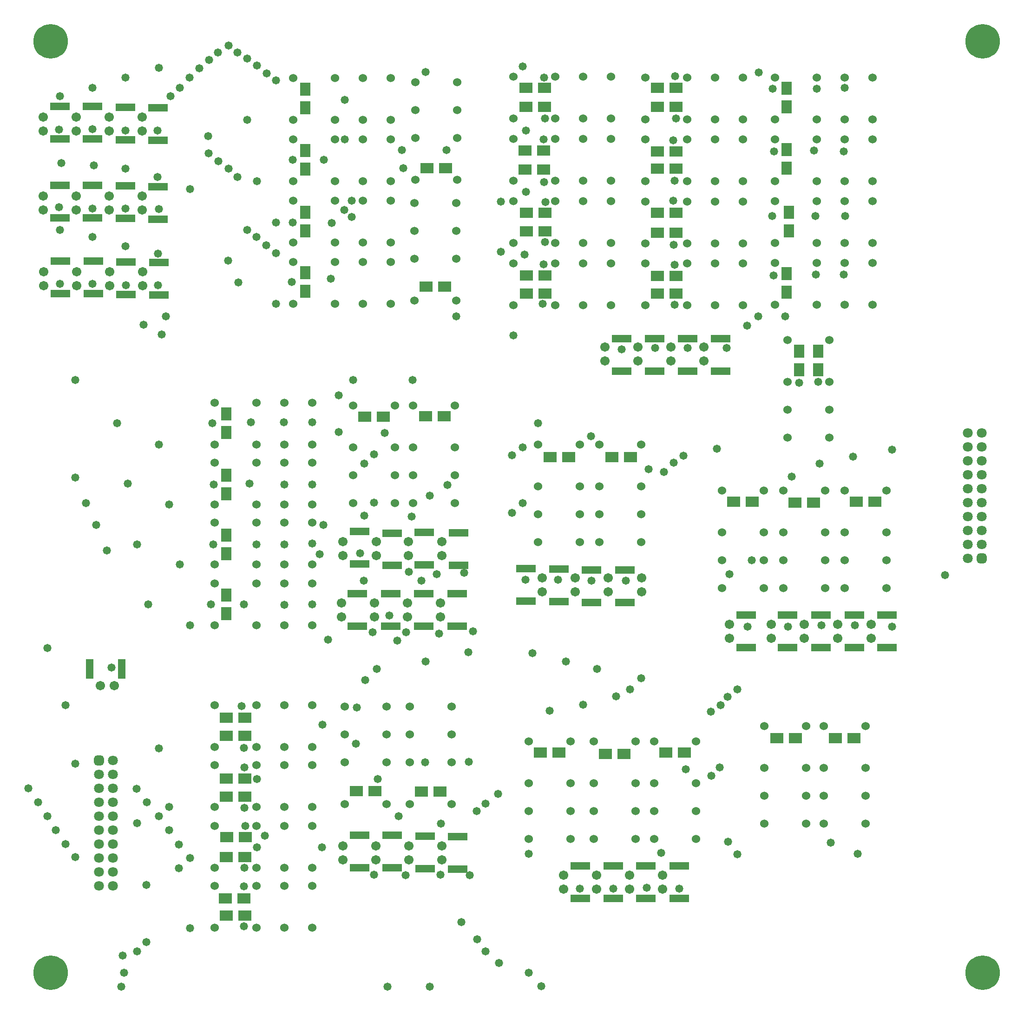
<source format=gbs>
G04*
G04 #@! TF.GenerationSoftware,Altium Limited,Altium Designer,25.5.2 (35)*
G04*
G04 Layer_Color=16711935*
%FSLAX25Y25*%
%MOIN*%
G70*
G04*
G04 #@! TF.SameCoordinates,EC32A686-E373-4CB4-AF31-63D9CFDA87CC*
G04*
G04*
G04 #@! TF.FilePolarity,Negative*
G04*
G01*
G75*
%ADD20C,0.07099*%
G04:AMPARAMS|DCode=21|XSize=70.99mil|YSize=70.99mil|CornerRadius=19.75mil|HoleSize=0mil|Usage=FLASHONLY|Rotation=270.000|XOffset=0mil|YOffset=0mil|HoleType=Round|Shape=RoundedRectangle|*
%AMROUNDEDRECTD21*
21,1,0.07099,0.03150,0,0,270.0*
21,1,0.03150,0.07099,0,0,270.0*
1,1,0.03950,-0.01575,-0.01575*
1,1,0.03950,-0.01575,0.01575*
1,1,0.03950,0.01575,0.01575*
1,1,0.03950,0.01575,-0.01575*
%
%ADD21ROUNDEDRECTD21*%
%ADD22C,0.06706*%
%ADD23C,0.06000*%
%ADD24C,0.05800*%
%ADD25C,0.24800*%
%ADD44R,0.14200X0.05800*%
%ADD45R,0.07300X0.09400*%
%ADD46R,0.09400X0.07300*%
%ADD47R,0.05800X0.14200*%
D20*
X154500Y222500D02*
D03*
X164500Y232500D02*
D03*
X154500Y252500D02*
D03*
X164500Y242500D02*
D03*
Y202500D02*
D03*
Y212500D02*
D03*
Y222500D02*
D03*
X154500Y202500D02*
D03*
X164500Y252500D02*
D03*
X154500Y212500D02*
D03*
Y232500D02*
D03*
Y242500D02*
D03*
X164500Y272500D02*
D03*
X154500Y262500D02*
D03*
X164500D02*
D03*
X154500Y182500D02*
D03*
X164500D02*
D03*
Y192500D02*
D03*
X154500D02*
D03*
X788000Y507500D02*
D03*
X778000D02*
D03*
X788000Y497500D02*
D03*
X778000D02*
D03*
Y427500D02*
D03*
X788000D02*
D03*
X778000Y417500D02*
D03*
Y437500D02*
D03*
Y447500D02*
D03*
Y467500D02*
D03*
Y457500D02*
D03*
Y487500D02*
D03*
X788000D02*
D03*
Y437500D02*
D03*
Y447500D02*
D03*
Y457500D02*
D03*
Y467500D02*
D03*
Y477500D02*
D03*
X778000D02*
D03*
D21*
X154500Y272500D02*
D03*
X788000Y417500D02*
D03*
D22*
X376500Y429500D02*
D03*
Y419500D02*
D03*
X353500Y429500D02*
D03*
Y419500D02*
D03*
X329500Y429500D02*
D03*
Y419500D02*
D03*
X400500Y429500D02*
D03*
Y419500D02*
D03*
X185500Y734000D02*
D03*
X637000Y360000D02*
D03*
X165500Y326167D02*
D03*
X138167Y724000D02*
D03*
X564833Y569000D02*
D03*
X708500Y370000D02*
D03*
X684500D02*
D03*
X588500Y569000D02*
D03*
X161833Y724000D02*
D03*
X114500Y667500D02*
D03*
X161833D02*
D03*
X155500Y326167D02*
D03*
X352167Y385500D02*
D03*
X138167Y667500D02*
D03*
X328500Y375500D02*
D03*
X138667Y613000D02*
D03*
X186000Y623000D02*
D03*
Y613000D02*
D03*
X138667Y623000D02*
D03*
X162333D02*
D03*
Y613000D02*
D03*
X115000Y623000D02*
D03*
X511667Y180000D02*
D03*
Y190000D02*
D03*
X535333Y180000D02*
D03*
Y190000D02*
D03*
X559000Y180000D02*
D03*
Y190000D02*
D03*
X488000Y180000D02*
D03*
Y190000D02*
D03*
X185500Y667500D02*
D03*
X114500Y724000D02*
D03*
X376833Y211000D02*
D03*
Y201000D02*
D03*
X329500Y211000D02*
D03*
Y201000D02*
D03*
X353167Y211000D02*
D03*
Y201000D02*
D03*
X400500Y211000D02*
D03*
Y201000D02*
D03*
X328500Y385500D02*
D03*
X375833D02*
D03*
Y375500D02*
D03*
X399500Y385500D02*
D03*
Y375500D02*
D03*
X352167D02*
D03*
X660667Y360000D02*
D03*
Y370000D02*
D03*
X684500Y360000D02*
D03*
X637000Y370000D02*
D03*
X708500Y360000D02*
D03*
X517500Y569000D02*
D03*
X541167D02*
D03*
X115000Y613000D02*
D03*
X496167Y403500D02*
D03*
X472500D02*
D03*
X588500Y559000D02*
D03*
X541167D02*
D03*
X517500D02*
D03*
X564833D02*
D03*
X496167Y393500D02*
D03*
X519833D02*
D03*
Y403500D02*
D03*
X472500Y393500D02*
D03*
X606833Y360000D02*
D03*
Y370000D02*
D03*
X161833Y734000D02*
D03*
X138167D02*
D03*
X185500Y724000D02*
D03*
X114500Y734000D02*
D03*
X544000Y393500D02*
D03*
Y403500D02*
D03*
X114500Y677500D02*
D03*
X138167D02*
D03*
X161833D02*
D03*
X185500D02*
D03*
D23*
X639500Y762500D02*
D03*
Y673833D02*
D03*
Y718167D02*
D03*
X616500Y673500D02*
D03*
Y762500D02*
D03*
X596500Y732500D02*
D03*
X616500Y718000D02*
D03*
X596500Y688000D02*
D03*
X639500Y629500D02*
D03*
X616500Y629000D02*
D03*
X596500Y599000D02*
D03*
Y643500D02*
D03*
X522000Y718333D02*
D03*
Y763000D02*
D03*
X502000Y733000D02*
D03*
X522000Y673667D02*
D03*
X502000Y688333D02*
D03*
X522000Y629000D02*
D03*
X502000Y643667D02*
D03*
Y599000D02*
D03*
X678500Y504000D02*
D03*
X719500Y466000D02*
D03*
X675500D02*
D03*
X648500Y524000D02*
D03*
X631500Y466000D02*
D03*
X704500Y297000D02*
D03*
X662000D02*
D03*
X543500Y499000D02*
D03*
X539500Y286000D02*
D03*
X499500Y499000D02*
D03*
X583000Y286000D02*
D03*
Y236000D02*
D03*
X493000Y286000D02*
D03*
X364000Y718000D02*
D03*
Y762000D02*
D03*
X381500Y689000D02*
D03*
X364000Y674000D02*
D03*
Y630000D02*
D03*
X294000Y762000D02*
D03*
Y718000D02*
D03*
Y674000D02*
D03*
Y630000D02*
D03*
X410000Y527000D02*
D03*
X381000Y602500D02*
D03*
X367000Y527000D02*
D03*
X287500Y529000D02*
D03*
Y486000D02*
D03*
Y443000D02*
D03*
X237500Y529000D02*
D03*
Y443000D02*
D03*
Y486000D02*
D03*
X377500Y241000D02*
D03*
X287500Y399500D02*
D03*
X307500Y312000D02*
D03*
Y269000D02*
D03*
X287500Y282000D02*
D03*
X237500Y399500D02*
D03*
X331000Y241000D02*
D03*
X307500Y225500D02*
D03*
X287500Y239000D02*
D03*
Y195500D02*
D03*
X307500Y182500D02*
D03*
X287500Y152500D02*
D03*
X482000Y718333D02*
D03*
Y688333D02*
D03*
X452000Y718333D02*
D03*
X502000D02*
D03*
X452000Y688333D02*
D03*
X522000D02*
D03*
X546500Y599000D02*
D03*
X482000D02*
D03*
X452000Y629000D02*
D03*
X411000Y632500D02*
D03*
X639500Y599500D02*
D03*
X482000Y629000D02*
D03*
X307500Y369500D02*
D03*
Y413000D02*
D03*
Y456000D02*
D03*
Y499000D02*
D03*
X648500Y504000D02*
D03*
X344000Y630000D02*
D03*
Y718000D02*
D03*
Y762000D02*
D03*
Y674000D02*
D03*
X616500Y732500D02*
D03*
X709500Y732500D02*
D03*
X522000Y733000D02*
D03*
X616500Y688000D02*
D03*
X709500Y688167D02*
D03*
X616500Y643500D02*
D03*
X709500Y643833D02*
D03*
X522000Y643667D02*
D03*
X616500Y599000D02*
D03*
X709500Y599500D02*
D03*
X522000Y599000D02*
D03*
X307500Y152500D02*
D03*
X287500Y182500D02*
D03*
Y269000D02*
D03*
X307500Y239000D02*
D03*
Y195500D02*
D03*
X287500Y225500D02*
D03*
Y312000D02*
D03*
X307500Y282000D02*
D03*
X719500Y436000D02*
D03*
Y416000D02*
D03*
Y396000D02*
D03*
X689500D02*
D03*
Y416000D02*
D03*
Y436000D02*
D03*
Y466000D02*
D03*
X645500D02*
D03*
X601500D02*
D03*
X576500Y688000D02*
D03*
X674500Y267000D02*
D03*
X704500D02*
D03*
X576500Y732500D02*
D03*
Y762500D02*
D03*
X546500Y732500D02*
D03*
X596500Y762500D02*
D03*
X546500D02*
D03*
X482000Y733000D02*
D03*
X674500Y297000D02*
D03*
X648500Y574000D02*
D03*
X632000Y297000D02*
D03*
X411500Y689000D02*
D03*
X411000Y602500D02*
D03*
X689500Y732500D02*
D03*
X583000Y256000D02*
D03*
Y216000D02*
D03*
X553000D02*
D03*
Y236000D02*
D03*
Y256000D02*
D03*
Y286000D02*
D03*
X502000Y763000D02*
D03*
X452000Y733000D02*
D03*
X307500Y529000D02*
D03*
X463000Y216000D02*
D03*
X287500Y499000D02*
D03*
X237500Y312000D02*
D03*
X502000Y673667D02*
D03*
X452000Y643667D02*
D03*
X307500Y443000D02*
D03*
X509500Y236000D02*
D03*
X287500Y413000D02*
D03*
X237500Y225500D02*
D03*
X367000Y457000D02*
D03*
X267500Y499000D02*
D03*
Y529000D02*
D03*
X237500Y499000D02*
D03*
X267500Y486000D02*
D03*
Y456000D02*
D03*
X307500Y486000D02*
D03*
X237500Y456000D02*
D03*
X287500D02*
D03*
Y369500D02*
D03*
X539500Y236000D02*
D03*
X237500Y269000D02*
D03*
X337000Y457000D02*
D03*
Y477000D02*
D03*
X411500Y739000D02*
D03*
X294000Y688000D02*
D03*
X237500Y239000D02*
D03*
X307500Y399500D02*
D03*
X324000Y718000D02*
D03*
X364000Y688000D02*
D03*
X344000D02*
D03*
X324000D02*
D03*
X381000Y652500D02*
D03*
X294000Y644000D02*
D03*
X237500Y413000D02*
D03*
Y195500D02*
D03*
X411000Y652500D02*
D03*
X294000Y600000D02*
D03*
X237500Y369500D02*
D03*
Y152500D02*
D03*
X539500Y256000D02*
D03*
Y216000D02*
D03*
X509500D02*
D03*
Y256000D02*
D03*
Y286000D02*
D03*
X493000Y256000D02*
D03*
Y236000D02*
D03*
Y216000D02*
D03*
X463000Y236000D02*
D03*
Y256000D02*
D03*
Y286000D02*
D03*
X674500Y227000D02*
D03*
X601500Y396000D02*
D03*
X502000Y629000D02*
D03*
X452000Y599000D02*
D03*
X237500Y182500D02*
D03*
X662000Y227000D02*
D03*
X337000Y527000D02*
D03*
X407500Y241000D02*
D03*
X380000Y527000D02*
D03*
X361000Y241000D02*
D03*
X632000Y227000D02*
D03*
X704500D02*
D03*
X410000Y497000D02*
D03*
Y477000D02*
D03*
Y457000D02*
D03*
X380000D02*
D03*
Y477000D02*
D03*
Y497000D02*
D03*
X367000D02*
D03*
Y477000D02*
D03*
X337000Y497000D02*
D03*
X267500Y269000D02*
D03*
Y239000D02*
D03*
Y312000D02*
D03*
Y282000D02*
D03*
X237500D02*
D03*
X331000Y271000D02*
D03*
Y291000D02*
D03*
Y311000D02*
D03*
X361000D02*
D03*
Y291000D02*
D03*
Y271000D02*
D03*
X377500D02*
D03*
Y291000D02*
D03*
Y311000D02*
D03*
X407500D02*
D03*
Y291000D02*
D03*
Y271000D02*
D03*
X267500Y399500D02*
D03*
Y369500D02*
D03*
Y413000D02*
D03*
Y443000D02*
D03*
Y225500D02*
D03*
Y195500D02*
D03*
Y182500D02*
D03*
Y152500D02*
D03*
X324000Y630000D02*
D03*
X364000Y600000D02*
D03*
X344000D02*
D03*
X324000D02*
D03*
X648500Y544000D02*
D03*
X678500Y524000D02*
D03*
Y544000D02*
D03*
Y574000D02*
D03*
X469500Y499000D02*
D03*
Y469000D02*
D03*
Y449000D02*
D03*
Y429000D02*
D03*
X499500D02*
D03*
Y449000D02*
D03*
Y469000D02*
D03*
X513500Y499000D02*
D03*
Y469000D02*
D03*
Y449000D02*
D03*
Y429000D02*
D03*
X543500D02*
D03*
Y449000D02*
D03*
Y469000D02*
D03*
X645500Y436000D02*
D03*
Y416000D02*
D03*
Y396000D02*
D03*
X675500D02*
D03*
Y416000D02*
D03*
Y436000D02*
D03*
X632000Y267000D02*
D03*
Y247000D02*
D03*
X662000D02*
D03*
Y267000D02*
D03*
X674500Y247000D02*
D03*
X704500D02*
D03*
X411500Y719000D02*
D03*
Y759000D02*
D03*
X381500D02*
D03*
Y739000D02*
D03*
Y719000D02*
D03*
X411000Y672500D02*
D03*
X381000D02*
D03*
Y632500D02*
D03*
X324000Y644000D02*
D03*
X344000D02*
D03*
X364000D02*
D03*
X324000Y674000D02*
D03*
X294000Y732000D02*
D03*
X324000D02*
D03*
X344000D02*
D03*
X364000D02*
D03*
X324000Y762000D02*
D03*
X576500Y599000D02*
D03*
Y643500D02*
D03*
X452000Y673667D02*
D03*
Y763000D02*
D03*
X601500Y436000D02*
D03*
Y416000D02*
D03*
X631500Y396000D02*
D03*
Y416000D02*
D03*
Y436000D02*
D03*
X669500Y599500D02*
D03*
X689500D02*
D03*
X709500Y629500D02*
D03*
X689500D02*
D03*
X669500D02*
D03*
X596500Y629000D02*
D03*
X576500D02*
D03*
X546500D02*
D03*
X482000Y643667D02*
D03*
Y673667D02*
D03*
X639500Y643833D02*
D03*
X669500D02*
D03*
X689500D02*
D03*
X709500Y673833D02*
D03*
X689500D02*
D03*
X669500D02*
D03*
X546500Y643500D02*
D03*
X596500Y673500D02*
D03*
X576500D02*
D03*
X546500D02*
D03*
X639500Y688167D02*
D03*
X669500D02*
D03*
X689500D02*
D03*
X709500Y718167D02*
D03*
X689500D02*
D03*
X669500D02*
D03*
X546500Y688000D02*
D03*
X596500Y718000D02*
D03*
X576500D02*
D03*
X546500D02*
D03*
X482000Y763000D02*
D03*
X639500Y732500D02*
D03*
X669500D02*
D03*
X709500Y762500D02*
D03*
X689500D02*
D03*
X669500D02*
D03*
D24*
X273500Y218500D02*
D03*
X233000Y720500D02*
D03*
X331000Y718000D02*
D03*
X452000Y577500D02*
D03*
X137750Y475500D02*
D03*
X145227Y457000D02*
D03*
X152705Y441500D02*
D03*
X160182Y423000D02*
D03*
X529500Y567500D02*
D03*
X163500Y339000D02*
D03*
X126500Y614500D02*
D03*
X150000D02*
D03*
X174000Y613500D02*
D03*
X197000D02*
D03*
X173500Y668500D02*
D03*
X197500Y668000D02*
D03*
X150000Y668500D02*
D03*
X126000Y669500D02*
D03*
X196500Y724500D02*
D03*
X126000Y725000D02*
D03*
X150000Y725500D02*
D03*
X173500Y724500D02*
D03*
X620000Y368500D02*
D03*
X649000D02*
D03*
X673000Y369500D02*
D03*
X697000D02*
D03*
X723500Y368500D02*
D03*
X571000Y180500D02*
D03*
X547500Y181000D02*
D03*
X523500Y180500D02*
D03*
X499500D02*
D03*
X259000Y267500D02*
D03*
Y238500D02*
D03*
X257000Y311500D02*
D03*
X258500Y281500D02*
D03*
Y153500D02*
D03*
X259000Y195500D02*
D03*
X259500Y225500D02*
D03*
X568000Y763500D02*
D03*
X568500Y733000D02*
D03*
X567500Y688500D02*
D03*
Y628000D02*
D03*
Y599500D02*
D03*
X566500Y717500D02*
D03*
Y674000D02*
D03*
X474000Y762500D02*
D03*
X474500Y733000D02*
D03*
X473500Y718000D02*
D03*
X475000Y673000D02*
D03*
X474000Y687500D02*
D03*
X567000Y642500D02*
D03*
X474500Y644500D02*
D03*
X473500Y628500D02*
D03*
X473000Y600000D02*
D03*
X670500Y544000D02*
D03*
X657000Y543500D02*
D03*
X577000Y568500D02*
D03*
X553500D02*
D03*
X605000D02*
D03*
X532500Y401500D02*
D03*
X508000D02*
D03*
X484000Y402000D02*
D03*
X342000Y421000D02*
D03*
X460500Y402000D02*
D03*
X416500Y407000D02*
D03*
X397000Y406000D02*
D03*
X423000Y365000D02*
D03*
X398500Y363500D02*
D03*
X377000Y407900D02*
D03*
X375000Y364500D02*
D03*
X351000D02*
D03*
X420500Y190000D02*
D03*
X399500Y190500D02*
D03*
X374500Y190000D02*
D03*
X352000Y190500D02*
D03*
X258500Y182000D02*
D03*
X314500Y210000D02*
D03*
X268000D02*
D03*
X281500Y760500D02*
D03*
X275000Y765500D02*
D03*
X268000Y771000D02*
D03*
X261000Y776000D02*
D03*
X254000Y780500D02*
D03*
X247500Y785500D02*
D03*
X240000Y780500D02*
D03*
X233500Y775000D02*
D03*
X489500Y343500D02*
D03*
X469500Y514500D02*
D03*
X199500Y578000D02*
D03*
X761500Y405500D02*
D03*
X606833Y406000D02*
D03*
X623000Y416000D02*
D03*
X723500Y495500D02*
D03*
X671500Y485500D02*
D03*
X593500Y307500D02*
D03*
X605500Y318000D02*
D03*
X651500Y476000D02*
D03*
X560000Y479500D02*
D03*
X567000Y486000D02*
D03*
X695500Y490500D02*
D03*
X574000Y491000D02*
D03*
X598000Y496000D02*
D03*
X619500Y584500D02*
D03*
X212500Y755000D02*
D03*
X186500Y585000D02*
D03*
X150000Y755000D02*
D03*
X111000Y242500D02*
D03*
X627500Y591000D02*
D03*
X575500Y266000D02*
D03*
X612500Y323500D02*
D03*
X117500Y353000D02*
D03*
X689500Y755000D02*
D03*
X669500Y754500D02*
D03*
X637822D02*
D03*
X628000Y766000D02*
D03*
X647000Y591000D02*
D03*
X219500Y762500D02*
D03*
X220000Y682500D02*
D03*
X173500Y762500D02*
D03*
X411000Y591000D02*
D03*
X202500D02*
D03*
X117500Y232500D02*
D03*
X460000Y635500D02*
D03*
X461000Y680500D02*
D03*
Y724500D02*
D03*
X689000Y621000D02*
D03*
X669000D02*
D03*
X638500Y620500D02*
D03*
X690000Y663000D02*
D03*
X668500D02*
D03*
X637500D02*
D03*
X689000Y709500D02*
D03*
X667500Y710000D02*
D03*
X639000Y709500D02*
D03*
X458500Y770500D02*
D03*
X699000Y205500D02*
D03*
X612500Y205000D02*
D03*
X535500Y323500D02*
D03*
X525500Y318500D02*
D03*
X600500Y312000D02*
D03*
X502000Y312500D02*
D03*
X679500Y213500D02*
D03*
X606000Y214000D02*
D03*
X600000Y267500D02*
D03*
X594000Y261500D02*
D03*
X478000Y308000D02*
D03*
X389000Y766500D02*
D03*
X443000Y673500D02*
D03*
Y637500D02*
D03*
X379500Y545500D02*
D03*
X137500D02*
D03*
X337000D02*
D03*
X326500Y508000D02*
D03*
Y534500D02*
D03*
X361500Y110000D02*
D03*
X392000D02*
D03*
X472000Y110500D02*
D03*
X170500Y110000D02*
D03*
X463000Y120000D02*
D03*
X441500Y127250D02*
D03*
X171500Y132500D02*
D03*
X172500Y120000D02*
D03*
X558000Y206000D02*
D03*
X463000Y205500D02*
D03*
X307500Y515000D02*
D03*
X287429Y514929D02*
D03*
X233407Y708000D02*
D03*
X263500Y515000D02*
D03*
X127500Y701000D02*
D03*
X167659Y514500D02*
D03*
X236000D02*
D03*
X130500Y312000D02*
D03*
Y212500D02*
D03*
X432000Y135500D02*
D03*
X307500Y428000D02*
D03*
X287500Y427500D02*
D03*
X267500D02*
D03*
X432000Y241500D02*
D03*
X247500Y697000D02*
D03*
X247148Y631000D02*
D03*
X182000Y427500D02*
D03*
X236500D02*
D03*
X173500Y697000D02*
D03*
X181500Y252000D02*
D03*
X182000Y227500D02*
D03*
Y135500D02*
D03*
X441000Y248500D02*
D03*
X425500Y236000D02*
D03*
X426000Y144000D02*
D03*
X188500Y142000D02*
D03*
X549000Y481500D02*
D03*
X507500Y505000D02*
D03*
X451000Y450000D02*
D03*
Y491500D02*
D03*
X458500Y457000D02*
D03*
Y497000D02*
D03*
X359500Y507500D02*
D03*
X352000Y492000D02*
D03*
X392000Y462500D02*
D03*
X352000Y457500D02*
D03*
X404500Y470000D02*
D03*
X363000Y376500D02*
D03*
X379000Y447500D02*
D03*
X386000Y401500D02*
D03*
X368500Y358500D02*
D03*
X344500Y401500D02*
D03*
X319000Y359000D02*
D03*
X315500Y441500D02*
D03*
X313000Y420500D02*
D03*
X345000Y485500D02*
D03*
Y448000D02*
D03*
X287500Y470500D02*
D03*
X262500Y471000D02*
D03*
X316000Y703500D02*
D03*
X293500Y703350D02*
D03*
X307500Y470500D02*
D03*
X240278Y702500D02*
D03*
X175136Y471000D02*
D03*
X237000Y470500D02*
D03*
X151000Y699500D02*
D03*
X137500Y270000D02*
D03*
Y203000D02*
D03*
X373000Y697500D02*
D03*
X372000Y710500D02*
D03*
X404000D02*
D03*
X268000Y688000D02*
D03*
X267759Y648000D02*
D03*
X150000D02*
D03*
X205000Y456000D02*
D03*
Y222500D02*
D03*
Y239000D02*
D03*
X465500Y349500D02*
D03*
X419500Y350000D02*
D03*
X420000Y271500D02*
D03*
X389000Y343500D02*
D03*
X388500Y271000D02*
D03*
X512000Y338000D02*
D03*
X354000D02*
D03*
X543500Y331500D02*
D03*
X345500Y330000D02*
D03*
X339000Y284500D02*
D03*
X315000Y298000D02*
D03*
X414500Y156500D02*
D03*
X400000Y227000D02*
D03*
X369500Y232500D02*
D03*
X354500Y259000D02*
D03*
X268000D02*
D03*
X339500Y310500D02*
D03*
X321500Y658000D02*
D03*
X336000Y662500D02*
D03*
X330500Y667500D02*
D03*
X293500Y658500D02*
D03*
X281500D02*
D03*
X336000Y674000D02*
D03*
X331000Y746500D02*
D03*
X321000Y618000D02*
D03*
X293000Y615650D02*
D03*
X254500Y615500D02*
D03*
X261000Y732000D02*
D03*
X281500Y600000D02*
D03*
X212500Y413000D02*
D03*
X235000Y384500D02*
D03*
X258500D02*
D03*
X307500D02*
D03*
X197500Y232500D02*
D03*
X190000Y384500D02*
D03*
X287500Y384000D02*
D03*
X197500Y499000D02*
D03*
X220000Y369500D02*
D03*
X126500Y653000D02*
D03*
X260889D02*
D03*
X173500Y641500D02*
D03*
X274629Y642000D02*
D03*
X281500Y636500D02*
D03*
X197000Y636000D02*
D03*
X226500Y769000D02*
D03*
X206000Y749000D02*
D03*
X254000Y691000D02*
D03*
X196500D02*
D03*
X197500Y769500D02*
D03*
X126500Y749000D02*
D03*
X212000Y195000D02*
D03*
Y212000D02*
D03*
X220000Y202500D02*
D03*
Y152000D02*
D03*
X197500Y281000D02*
D03*
X188500Y183000D02*
D03*
X104000Y252500D02*
D03*
X123500Y222500D02*
D03*
X189000Y242500D02*
D03*
D25*
X120000Y120000D02*
D03*
X788500Y788500D02*
D03*
Y120000D02*
D03*
X120000Y788500D02*
D03*
D44*
X197000Y740600D02*
D03*
Y717400D02*
D03*
X600500Y575100D02*
D03*
X576833D02*
D03*
X553167D02*
D03*
X529500D02*
D03*
X672500Y376600D02*
D03*
X648500D02*
D03*
X619000D02*
D03*
X720000D02*
D03*
X696500D02*
D03*
X484500Y409600D02*
D03*
X532000Y409100D02*
D03*
X508000D02*
D03*
X571000Y173400D02*
D03*
X547000D02*
D03*
X523500D02*
D03*
X500000D02*
D03*
X412500Y412400D02*
D03*
X388000Y412900D02*
D03*
X341500Y413400D02*
D03*
X365000Y412300D02*
D03*
X173500Y717900D02*
D03*
X197000Y660900D02*
D03*
X173500Y661400D02*
D03*
X150000Y718400D02*
D03*
X126500D02*
D03*
Y661900D02*
D03*
X150000D02*
D03*
X197500Y606400D02*
D03*
X150500Y607400D02*
D03*
X127000D02*
D03*
X174000Y606900D02*
D03*
X461000Y410100D02*
D03*
X411500Y368900D02*
D03*
X340000D02*
D03*
X363833D02*
D03*
X387667D02*
D03*
X388500Y194900D02*
D03*
X412000Y194400D02*
D03*
X341500Y195400D02*
D03*
X365000D02*
D03*
X648500Y353400D02*
D03*
X388000Y436100D02*
D03*
X412500Y435600D02*
D03*
X363833Y392100D02*
D03*
X174000Y630100D02*
D03*
X127000Y630600D02*
D03*
X150500D02*
D03*
X197500Y629600D02*
D03*
X523500Y196600D02*
D03*
X547000D02*
D03*
X571000D02*
D03*
X500000D02*
D03*
X341500Y436600D02*
D03*
X388500Y218100D02*
D03*
X412000Y217600D02*
D03*
X341500Y218600D02*
D03*
X365000D02*
D03*
Y435500D02*
D03*
X387667Y392100D02*
D03*
X340000D02*
D03*
X411500D02*
D03*
X720000Y353400D02*
D03*
X672500D02*
D03*
X696500D02*
D03*
X532000Y385900D02*
D03*
X508000D02*
D03*
X461000Y386900D02*
D03*
X484500Y386400D02*
D03*
X619000Y353400D02*
D03*
X126500Y741600D02*
D03*
X150000D02*
D03*
X173500Y741100D02*
D03*
X126500Y685100D02*
D03*
X150000D02*
D03*
X173500Y684600D02*
D03*
X197000Y684100D02*
D03*
X600500Y551900D02*
D03*
X576833D02*
D03*
X553167D02*
D03*
X529500D02*
D03*
D45*
X648000Y754700D02*
D03*
Y710700D02*
D03*
X649500Y665700D02*
D03*
X648000Y621700D02*
D03*
X670500Y552800D02*
D03*
X657000D02*
D03*
X302500Y754200D02*
D03*
Y710200D02*
D03*
Y665700D02*
D03*
Y622500D02*
D03*
X246000Y521200D02*
D03*
Y477200D02*
D03*
Y434200D02*
D03*
Y391200D02*
D03*
X648000Y608300D02*
D03*
X657000Y566200D02*
D03*
X302500Y696800D02*
D03*
X246000Y463800D02*
D03*
X302500Y652300D02*
D03*
X246000Y420800D02*
D03*
X302500Y609100D02*
D03*
X246000Y377800D02*
D03*
Y507800D02*
D03*
X670500Y566200D02*
D03*
X302500Y740800D02*
D03*
X649500Y652300D02*
D03*
X648000Y697300D02*
D03*
Y741300D02*
D03*
D46*
X568700Y755000D02*
D03*
Y741500D02*
D03*
Y709500D02*
D03*
Y697000D02*
D03*
Y651000D02*
D03*
Y665500D02*
D03*
Y620000D02*
D03*
Y607500D02*
D03*
X474200Y755000D02*
D03*
Y741500D02*
D03*
X473700Y696500D02*
D03*
Y710000D02*
D03*
X474700Y665500D02*
D03*
Y652000D02*
D03*
Y620500D02*
D03*
Y607500D02*
D03*
X711200Y458000D02*
D03*
X667200Y457500D02*
D03*
X623200Y458000D02*
D03*
X696200Y288500D02*
D03*
X654200D02*
D03*
X535900Y490000D02*
D03*
X491700D02*
D03*
X574700Y278000D02*
D03*
X531200Y277000D02*
D03*
X484700Y278000D02*
D03*
X389800Y697500D02*
D03*
X389300Y612500D02*
D03*
X402200Y519500D02*
D03*
X358700Y519000D02*
D03*
X385800Y250000D02*
D03*
X339300Y250500D02*
D03*
X259200Y290000D02*
D03*
Y303000D02*
D03*
Y246500D02*
D03*
Y259500D02*
D03*
X259700Y217500D02*
D03*
X259200Y203000D02*
D03*
X258700Y173500D02*
D03*
X259200Y161000D02*
D03*
X555300Y697000D02*
D03*
Y709500D02*
D03*
Y607500D02*
D03*
X461300Y620500D02*
D03*
X697800Y458000D02*
D03*
X653800Y457500D02*
D03*
X609800Y458000D02*
D03*
X555300Y741500D02*
D03*
Y755000D02*
D03*
X682800Y288500D02*
D03*
X640800D02*
D03*
X403200Y697500D02*
D03*
X402700Y612500D02*
D03*
X460800Y741500D02*
D03*
X245800Y303000D02*
D03*
X461300Y652000D02*
D03*
X246300Y217500D02*
D03*
X460300Y696500D02*
D03*
X245800Y259500D02*
D03*
Y246500D02*
D03*
Y203000D02*
D03*
Y161000D02*
D03*
X517800Y277000D02*
D03*
X471300Y278000D02*
D03*
X561300D02*
D03*
X461300Y607500D02*
D03*
X245300Y173500D02*
D03*
X345300Y519000D02*
D03*
X399200Y250000D02*
D03*
X388800Y519500D02*
D03*
X352700Y250500D02*
D03*
X245800Y290000D02*
D03*
X522500Y490000D02*
D03*
X478300D02*
D03*
X460300Y710000D02*
D03*
X461300Y665500D02*
D03*
X460800Y755000D02*
D03*
X555300Y620000D02*
D03*
Y665500D02*
D03*
Y651000D02*
D03*
D47*
X171100Y338000D02*
D03*
X147900D02*
D03*
M02*

</source>
